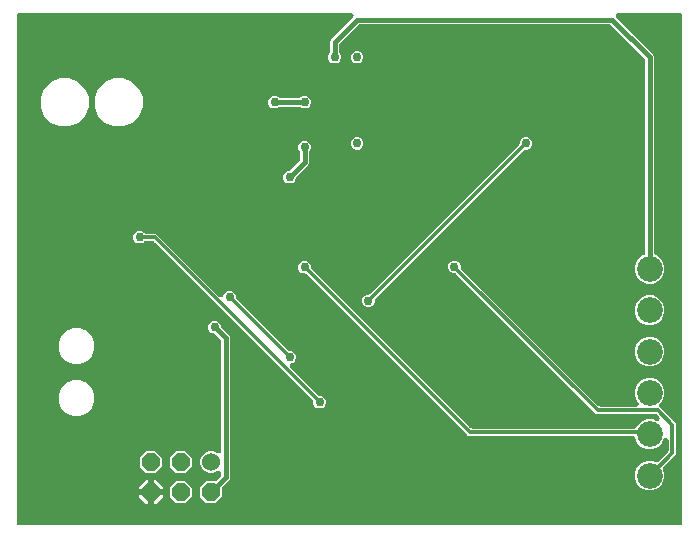
<source format=gbr>
G04 EAGLE Gerber X2 export*
%TF.Part,Single*%
%TF.FileFunction,Copper,L2,Bot,Mixed*%
%TF.FilePolarity,Positive*%
%TF.GenerationSoftware,Autodesk,EAGLE,9.2.2*%
%TF.CreationDate,2018-11-13T01:57:23Z*%
G75*
%MOMM*%
%FSLAX34Y34*%
%LPD*%
%INBottom Copper*%
%AMOC8*
5,1,8,0,0,1.08239X$1,22.5*%
G01*
%ADD10C,2.184400*%
%ADD11C,1.524000*%
%ADD12P,1.649562X8X202.500000*%
%ADD13C,0.756400*%
%ADD14C,0.304800*%
%ADD15C,0.457200*%

G36*
X647883Y111773D02*
X647883Y111773D01*
X648013Y111775D01*
X648096Y111793D01*
X648179Y111801D01*
X648304Y111837D01*
X648431Y111863D01*
X648509Y111896D01*
X648590Y111919D01*
X648706Y111978D01*
X648826Y112028D01*
X648896Y112074D01*
X648971Y112112D01*
X649074Y112191D01*
X649183Y112262D01*
X649243Y112321D01*
X649310Y112372D01*
X649396Y112469D01*
X649489Y112559D01*
X649538Y112628D01*
X649594Y112691D01*
X649661Y112802D01*
X649736Y112908D01*
X649771Y112985D01*
X649814Y113057D01*
X649859Y113178D01*
X649913Y113297D01*
X649933Y113378D01*
X649962Y113457D01*
X649984Y113585D01*
X650015Y113712D01*
X650022Y113813D01*
X650033Y113878D01*
X650032Y113944D01*
X650039Y114046D01*
X650039Y543054D01*
X650027Y543183D01*
X650025Y543313D01*
X650007Y543396D01*
X649999Y543479D01*
X649963Y543604D01*
X649937Y543731D01*
X649904Y543809D01*
X649881Y543890D01*
X649822Y544006D01*
X649772Y544126D01*
X649726Y544196D01*
X649688Y544271D01*
X649609Y544374D01*
X649538Y544483D01*
X649479Y544543D01*
X649428Y544610D01*
X649331Y544696D01*
X649241Y544789D01*
X649172Y544838D01*
X649109Y544894D01*
X648998Y544961D01*
X648892Y545036D01*
X648815Y545071D01*
X648743Y545114D01*
X648622Y545159D01*
X648503Y545213D01*
X648422Y545233D01*
X648343Y545262D01*
X648215Y545284D01*
X648088Y545315D01*
X647987Y545322D01*
X647922Y545333D01*
X647856Y545332D01*
X647754Y545339D01*
X595867Y545339D01*
X595696Y545323D01*
X595524Y545313D01*
X595484Y545303D01*
X595442Y545299D01*
X595277Y545252D01*
X595110Y545210D01*
X595072Y545193D01*
X595031Y545181D01*
X594878Y545104D01*
X594722Y545032D01*
X594688Y545007D01*
X594650Y544988D01*
X594514Y544884D01*
X594374Y544784D01*
X594345Y544754D01*
X594311Y544728D01*
X594197Y544600D01*
X594078Y544476D01*
X594055Y544441D01*
X594027Y544409D01*
X593939Y544262D01*
X593845Y544118D01*
X593829Y544079D01*
X593807Y544043D01*
X593747Y543882D01*
X593682Y543724D01*
X593674Y543682D01*
X593659Y543643D01*
X593630Y543473D01*
X593596Y543305D01*
X593595Y543263D01*
X593588Y543222D01*
X593591Y543050D01*
X593589Y542878D01*
X593596Y542837D01*
X593596Y542795D01*
X593632Y542627D01*
X593661Y542457D01*
X593676Y542418D01*
X593684Y542377D01*
X593750Y542219D01*
X593811Y542057D01*
X593832Y542021D01*
X593849Y541982D01*
X593943Y541839D01*
X594032Y541692D01*
X594064Y541655D01*
X594083Y541626D01*
X594140Y541567D01*
X594251Y541438D01*
X624137Y511552D01*
X625531Y510159D01*
X626111Y508758D01*
X626111Y342221D01*
X626121Y342112D01*
X626121Y342003D01*
X626141Y341900D01*
X626151Y341795D01*
X626181Y341691D01*
X626201Y341584D01*
X626240Y341486D01*
X626269Y341385D01*
X626318Y341288D01*
X626358Y341186D01*
X626414Y341097D01*
X626462Y341004D01*
X626528Y340918D01*
X626586Y340825D01*
X626658Y340748D01*
X626722Y340665D01*
X626803Y340593D01*
X626878Y340513D01*
X626962Y340451D01*
X627041Y340381D01*
X627134Y340325D01*
X627222Y340260D01*
X627341Y340200D01*
X627407Y340161D01*
X627455Y340143D01*
X627521Y340109D01*
X629351Y339352D01*
X632852Y335851D01*
X634747Y331276D01*
X634747Y326324D01*
X632852Y321749D01*
X629351Y318248D01*
X624776Y316353D01*
X619824Y316353D01*
X615249Y318248D01*
X611748Y321749D01*
X609853Y326324D01*
X609853Y331276D01*
X611748Y335851D01*
X615249Y339352D01*
X617079Y340109D01*
X617175Y340160D01*
X617276Y340202D01*
X617363Y340260D01*
X617456Y340309D01*
X617541Y340377D01*
X617633Y340437D01*
X617708Y340510D01*
X617790Y340575D01*
X617861Y340658D01*
X617939Y340734D01*
X618000Y340820D01*
X618068Y340899D01*
X618123Y340994D01*
X618186Y341083D01*
X618229Y341178D01*
X618282Y341269D01*
X618318Y341372D01*
X618363Y341471D01*
X618388Y341573D01*
X618423Y341673D01*
X618439Y341780D01*
X618465Y341886D01*
X618474Y342019D01*
X618486Y342095D01*
X618484Y342147D01*
X618489Y342221D01*
X618489Y505475D01*
X618481Y505563D01*
X618482Y505651D01*
X618461Y505775D01*
X618449Y505900D01*
X618425Y505985D01*
X618410Y506072D01*
X618366Y506190D01*
X618331Y506311D01*
X618291Y506389D01*
X618260Y506472D01*
X618195Y506580D01*
X618138Y506692D01*
X618085Y506762D01*
X618039Y506837D01*
X617928Y506966D01*
X617878Y507030D01*
X617852Y507054D01*
X617820Y507091D01*
X589641Y535270D01*
X589573Y535326D01*
X589512Y535389D01*
X589409Y535462D01*
X589312Y535542D01*
X589235Y535585D01*
X589163Y535636D01*
X589048Y535688D01*
X588938Y535749D01*
X588855Y535776D01*
X588774Y535813D01*
X588652Y535843D01*
X588532Y535882D01*
X588445Y535894D01*
X588359Y535915D01*
X588189Y535927D01*
X588109Y535938D01*
X588073Y535936D01*
X588025Y535939D01*
X377175Y535939D01*
X377087Y535931D01*
X376999Y535932D01*
X376875Y535911D01*
X376750Y535899D01*
X376665Y535875D01*
X376578Y535860D01*
X376460Y535816D01*
X376339Y535781D01*
X376261Y535741D01*
X376178Y535710D01*
X376070Y535645D01*
X375958Y535588D01*
X375888Y535535D01*
X375813Y535489D01*
X375684Y535378D01*
X375620Y535328D01*
X375596Y535302D01*
X375559Y535270D01*
X360080Y519791D01*
X360024Y519723D01*
X359961Y519662D01*
X359888Y519559D01*
X359808Y519462D01*
X359765Y519385D01*
X359714Y519313D01*
X359662Y519198D01*
X359601Y519088D01*
X359574Y519005D01*
X359537Y518924D01*
X359507Y518802D01*
X359468Y518682D01*
X359456Y518595D01*
X359435Y518509D01*
X359423Y518339D01*
X359412Y518259D01*
X359414Y518223D01*
X359411Y518175D01*
X359411Y512641D01*
X359419Y512553D01*
X359418Y512465D01*
X359439Y512341D01*
X359451Y512215D01*
X359475Y512131D01*
X359490Y512044D01*
X359534Y511926D01*
X359569Y511805D01*
X359609Y511727D01*
X359640Y511644D01*
X359705Y511536D01*
X359762Y511424D01*
X359815Y511354D01*
X359861Y511279D01*
X359972Y511150D01*
X360022Y511085D01*
X360048Y511061D01*
X360080Y511025D01*
X360099Y511006D01*
X360907Y509056D01*
X360907Y506944D01*
X360099Y504994D01*
X358606Y503501D01*
X356656Y502693D01*
X354544Y502693D01*
X352594Y503501D01*
X351101Y504994D01*
X350293Y506944D01*
X350293Y509056D01*
X351101Y511006D01*
X351120Y511025D01*
X351176Y511093D01*
X351239Y511154D01*
X351312Y511257D01*
X351392Y511354D01*
X351435Y511431D01*
X351486Y511503D01*
X351538Y511618D01*
X351599Y511728D01*
X351626Y511811D01*
X351663Y511891D01*
X351693Y512014D01*
X351732Y512133D01*
X351744Y512221D01*
X351765Y512306D01*
X351777Y512476D01*
X351788Y512557D01*
X351786Y512592D01*
X351789Y512641D01*
X351789Y521458D01*
X352369Y522859D01*
X353763Y524252D01*
X370949Y541438D01*
X371058Y541570D01*
X371173Y541699D01*
X371195Y541735D01*
X371221Y541767D01*
X371304Y541917D01*
X371393Y542065D01*
X371408Y542104D01*
X371428Y542141D01*
X371481Y542304D01*
X371541Y542465D01*
X371548Y542507D01*
X371561Y542547D01*
X371584Y542717D01*
X371612Y542886D01*
X371611Y542928D01*
X371617Y542970D01*
X371607Y543142D01*
X371604Y543313D01*
X371595Y543355D01*
X371592Y543397D01*
X371551Y543563D01*
X371516Y543731D01*
X371499Y543770D01*
X371489Y543811D01*
X371417Y543967D01*
X371351Y544126D01*
X371328Y544161D01*
X371311Y544199D01*
X371211Y544339D01*
X371117Y544483D01*
X371088Y544513D01*
X371063Y544547D01*
X370939Y544666D01*
X370820Y544789D01*
X370785Y544814D01*
X370755Y544843D01*
X370611Y544937D01*
X370471Y545036D01*
X370433Y545053D01*
X370397Y545076D01*
X370239Y545142D01*
X370082Y545213D01*
X370041Y545223D01*
X370003Y545239D01*
X369835Y545274D01*
X369667Y545315D01*
X369619Y545318D01*
X369584Y545325D01*
X369503Y545327D01*
X369333Y545339D01*
X88646Y545339D01*
X88517Y545327D01*
X88387Y545325D01*
X88304Y545307D01*
X88221Y545299D01*
X88096Y545263D01*
X87969Y545237D01*
X87891Y545204D01*
X87810Y545181D01*
X87694Y545122D01*
X87574Y545072D01*
X87504Y545026D01*
X87429Y544988D01*
X87326Y544909D01*
X87217Y544838D01*
X87157Y544779D01*
X87090Y544728D01*
X87004Y544631D01*
X86911Y544541D01*
X86862Y544472D01*
X86806Y544409D01*
X86739Y544298D01*
X86664Y544192D01*
X86629Y544115D01*
X86586Y544043D01*
X86541Y543922D01*
X86487Y543803D01*
X86467Y543722D01*
X86438Y543643D01*
X86416Y543515D01*
X86385Y543388D01*
X86378Y543287D01*
X86367Y543222D01*
X86368Y543156D01*
X86361Y543054D01*
X86361Y114046D01*
X86373Y113917D01*
X86375Y113787D01*
X86393Y113704D01*
X86401Y113621D01*
X86437Y113496D01*
X86463Y113369D01*
X86496Y113291D01*
X86519Y113210D01*
X86578Y113094D01*
X86628Y112974D01*
X86674Y112904D01*
X86712Y112829D01*
X86791Y112726D01*
X86862Y112617D01*
X86921Y112557D01*
X86972Y112490D01*
X87069Y112404D01*
X87159Y112311D01*
X87228Y112262D01*
X87291Y112206D01*
X87402Y112139D01*
X87508Y112064D01*
X87585Y112029D01*
X87657Y111986D01*
X87778Y111941D01*
X87897Y111887D01*
X87978Y111867D01*
X88057Y111838D01*
X88185Y111816D01*
X88312Y111785D01*
X88413Y111778D01*
X88478Y111767D01*
X88544Y111768D01*
X88646Y111761D01*
X647754Y111761D01*
X647883Y111773D01*
G37*
%LPC*%
G36*
X619824Y141353D02*
X619824Y141353D01*
X615249Y143248D01*
X611748Y146749D01*
X609853Y151324D01*
X609853Y156276D01*
X611748Y160851D01*
X615249Y164352D01*
X619824Y166247D01*
X624776Y166247D01*
X627367Y165173D01*
X627471Y165141D01*
X627572Y165100D01*
X627675Y165079D01*
X627775Y165048D01*
X627883Y165035D01*
X627990Y165013D01*
X628095Y165012D01*
X628199Y165000D01*
X628308Y165008D01*
X628417Y165006D01*
X628521Y165024D01*
X628625Y165032D01*
X628731Y165060D01*
X628838Y165079D01*
X628937Y165116D01*
X629038Y165143D01*
X629136Y165190D01*
X629238Y165228D01*
X629328Y165283D01*
X629422Y165328D01*
X629510Y165393D01*
X629603Y165450D01*
X629704Y165537D01*
X629766Y165582D01*
X629801Y165620D01*
X629857Y165669D01*
X637632Y173444D01*
X637688Y173511D01*
X637751Y173573D01*
X637824Y173676D01*
X637904Y173772D01*
X637947Y173849D01*
X637998Y173922D01*
X638050Y174036D01*
X638111Y174146D01*
X638138Y174230D01*
X638175Y174310D01*
X638205Y174433D01*
X638244Y174552D01*
X638256Y174639D01*
X638277Y174725D01*
X638289Y174895D01*
X638300Y174976D01*
X638298Y175011D01*
X638301Y175059D01*
X638301Y183417D01*
X638283Y183609D01*
X638269Y183801D01*
X638263Y183821D01*
X638261Y183842D01*
X638208Y184028D01*
X638158Y184213D01*
X638149Y184232D01*
X638143Y184253D01*
X638056Y184425D01*
X637972Y184598D01*
X637960Y184615D01*
X637950Y184634D01*
X637833Y184786D01*
X637718Y184941D01*
X637703Y184956D01*
X637690Y184972D01*
X637546Y185101D01*
X637405Y185232D01*
X637387Y185243D01*
X637371Y185257D01*
X637206Y185356D01*
X637043Y185458D01*
X637023Y185466D01*
X637005Y185477D01*
X636824Y185544D01*
X636645Y185614D01*
X636625Y185618D01*
X636605Y185625D01*
X636414Y185657D01*
X636225Y185693D01*
X636204Y185693D01*
X636184Y185696D01*
X635991Y185692D01*
X635798Y185692D01*
X635778Y185688D01*
X635757Y185687D01*
X635568Y185648D01*
X635379Y185612D01*
X635359Y185604D01*
X635339Y185599D01*
X635161Y185526D01*
X634982Y185455D01*
X634964Y185443D01*
X634944Y185435D01*
X634783Y185329D01*
X634621Y185227D01*
X634605Y185212D01*
X634588Y185201D01*
X634448Y185066D01*
X634308Y184935D01*
X634296Y184918D01*
X634281Y184904D01*
X634169Y184746D01*
X634055Y184591D01*
X634045Y184570D01*
X634034Y184555D01*
X634005Y184491D01*
X633905Y184291D01*
X632852Y181749D01*
X629351Y178248D01*
X624776Y176353D01*
X619824Y176353D01*
X615249Y178248D01*
X611748Y181749D01*
X609971Y186041D01*
X609920Y186137D01*
X609878Y186238D01*
X609820Y186325D01*
X609771Y186418D01*
X609703Y186503D01*
X609643Y186595D01*
X609570Y186670D01*
X609505Y186752D01*
X609422Y186823D01*
X609346Y186901D01*
X609261Y186962D01*
X609181Y187030D01*
X609087Y187085D01*
X608997Y187148D01*
X608902Y187191D01*
X608811Y187244D01*
X608708Y187280D01*
X608609Y187325D01*
X608507Y187350D01*
X608408Y187385D01*
X608300Y187401D01*
X608194Y187427D01*
X608061Y187436D01*
X607985Y187448D01*
X607934Y187446D01*
X607859Y187451D01*
X468637Y187451D01*
X331864Y324224D01*
X331797Y324280D01*
X331735Y324343D01*
X331632Y324416D01*
X331536Y324496D01*
X331459Y324539D01*
X331386Y324590D01*
X331272Y324642D01*
X331162Y324703D01*
X331078Y324730D01*
X330998Y324767D01*
X330875Y324797D01*
X330756Y324836D01*
X330669Y324848D01*
X330583Y324869D01*
X330413Y324881D01*
X330332Y324892D01*
X330297Y324890D01*
X330249Y324893D01*
X329144Y324893D01*
X327194Y325701D01*
X325701Y327194D01*
X324893Y329144D01*
X324893Y331256D01*
X325701Y333206D01*
X327194Y334699D01*
X329144Y335507D01*
X331256Y335507D01*
X333206Y334699D01*
X334699Y333206D01*
X335507Y331256D01*
X335507Y330151D01*
X335515Y330064D01*
X335514Y329976D01*
X335535Y329852D01*
X335547Y329726D01*
X335571Y329641D01*
X335586Y329555D01*
X335630Y329437D01*
X335665Y329316D01*
X335705Y329237D01*
X335736Y329155D01*
X335801Y329047D01*
X335858Y328935D01*
X335911Y328865D01*
X335957Y328789D01*
X336068Y328660D01*
X336118Y328596D01*
X336144Y328572D01*
X336176Y328536D01*
X470494Y194218D01*
X470561Y194162D01*
X470623Y194099D01*
X470726Y194026D01*
X470822Y193946D01*
X470899Y193903D01*
X470972Y193852D01*
X471086Y193800D01*
X471196Y193739D01*
X471280Y193712D01*
X471360Y193675D01*
X471483Y193645D01*
X471602Y193606D01*
X471689Y193594D01*
X471775Y193573D01*
X471945Y193561D01*
X472026Y193550D01*
X472061Y193552D01*
X472109Y193549D01*
X609268Y193549D01*
X609376Y193559D01*
X609485Y193559D01*
X609589Y193579D01*
X609693Y193589D01*
X609798Y193619D01*
X609905Y193639D01*
X610002Y193678D01*
X610103Y193707D01*
X610201Y193756D01*
X610302Y193796D01*
X610391Y193852D01*
X610485Y193900D01*
X610571Y193966D01*
X610663Y194024D01*
X610740Y194096D01*
X610823Y194160D01*
X610896Y194241D01*
X610976Y194316D01*
X611038Y194400D01*
X611108Y194479D01*
X611164Y194572D01*
X611228Y194660D01*
X611288Y194779D01*
X611328Y194845D01*
X611346Y194893D01*
X611379Y194959D01*
X611748Y195851D01*
X615249Y199352D01*
X619824Y201247D01*
X624776Y201247D01*
X627590Y200081D01*
X627773Y200025D01*
X627957Y199964D01*
X627978Y199962D01*
X627998Y199955D01*
X628189Y199934D01*
X628380Y199909D01*
X628401Y199910D01*
X628422Y199908D01*
X628615Y199922D01*
X628807Y199933D01*
X628827Y199938D01*
X628848Y199940D01*
X629034Y199990D01*
X629221Y200036D01*
X629240Y200045D01*
X629261Y200051D01*
X629434Y200134D01*
X629609Y200215D01*
X629626Y200227D01*
X629645Y200236D01*
X629800Y200351D01*
X629957Y200462D01*
X629972Y200478D01*
X629989Y200490D01*
X630119Y200631D01*
X630253Y200770D01*
X630265Y200788D01*
X630279Y200804D01*
X630381Y200967D01*
X630486Y201128D01*
X630494Y201148D01*
X630506Y201165D01*
X630576Y201345D01*
X630649Y201523D01*
X630653Y201544D01*
X630661Y201563D01*
X630696Y201752D01*
X630736Y201941D01*
X630736Y201962D01*
X630740Y201983D01*
X630739Y202176D01*
X630743Y202368D01*
X630739Y202389D01*
X630739Y202410D01*
X630703Y202599D01*
X630670Y202789D01*
X630663Y202809D01*
X630659Y202830D01*
X630588Y203009D01*
X630520Y203189D01*
X630510Y203207D01*
X630502Y203227D01*
X630399Y203390D01*
X630299Y203555D01*
X630284Y203573D01*
X630274Y203588D01*
X630226Y203639D01*
X630080Y203808D01*
X628486Y205402D01*
X628419Y205458D01*
X628357Y205521D01*
X628255Y205594D01*
X628158Y205674D01*
X628080Y205717D01*
X628008Y205768D01*
X627894Y205820D01*
X627784Y205881D01*
X627700Y205908D01*
X627620Y205945D01*
X627497Y205975D01*
X627378Y206014D01*
X627291Y206026D01*
X627205Y206047D01*
X627035Y206059D01*
X626954Y206070D01*
X626919Y206068D01*
X626871Y206071D01*
X577017Y206071D01*
X458602Y324486D01*
X458534Y324542D01*
X458473Y324606D01*
X458370Y324679D01*
X458273Y324759D01*
X458196Y324801D01*
X458124Y324852D01*
X458009Y324905D01*
X457899Y324965D01*
X457816Y324993D01*
X457735Y325029D01*
X457613Y325059D01*
X457494Y325099D01*
X457406Y325110D01*
X457321Y325131D01*
X457151Y325144D01*
X457070Y325154D01*
X457034Y325152D01*
X456986Y325156D01*
X455882Y325156D01*
X453932Y325964D01*
X452439Y327456D01*
X451631Y329407D01*
X451631Y331518D01*
X452439Y333468D01*
X453932Y334961D01*
X455882Y335769D01*
X457993Y335769D01*
X459944Y334961D01*
X461436Y333468D01*
X462244Y331518D01*
X462244Y330414D01*
X462253Y330326D01*
X462251Y330238D01*
X462272Y330114D01*
X462284Y329989D01*
X462309Y329904D01*
X462324Y329817D01*
X462368Y329699D01*
X462403Y329578D01*
X462442Y329500D01*
X462473Y329417D01*
X462539Y329309D01*
X462595Y329197D01*
X462649Y329127D01*
X462695Y329052D01*
X462806Y328923D01*
X462855Y328858D01*
X462882Y328835D01*
X462914Y328798D01*
X578874Y212838D01*
X578941Y212782D01*
X579003Y212719D01*
X579106Y212646D01*
X579202Y212566D01*
X579279Y212523D01*
X579352Y212472D01*
X579466Y212420D01*
X579576Y212359D01*
X579660Y212332D01*
X579740Y212295D01*
X579863Y212265D01*
X579982Y212226D01*
X580069Y212214D01*
X580155Y212193D01*
X580325Y212181D01*
X580406Y212170D01*
X580441Y212172D01*
X580489Y212169D01*
X610812Y212169D01*
X610983Y212185D01*
X611154Y212195D01*
X611195Y212205D01*
X611237Y212209D01*
X611402Y212256D01*
X611569Y212298D01*
X611607Y212315D01*
X611647Y212327D01*
X611801Y212405D01*
X611957Y212476D01*
X611991Y212501D01*
X612029Y212520D01*
X612165Y212624D01*
X612305Y212724D01*
X612334Y212754D01*
X612367Y212780D01*
X612482Y212908D01*
X612601Y213032D01*
X612624Y213067D01*
X612652Y213099D01*
X612740Y213246D01*
X612834Y213390D01*
X612850Y213429D01*
X612872Y213465D01*
X612931Y213626D01*
X612997Y213785D01*
X613005Y213826D01*
X613020Y213865D01*
X613049Y214035D01*
X613083Y214203D01*
X613084Y214245D01*
X613091Y214286D01*
X613087Y214458D01*
X613090Y214630D01*
X613083Y214671D01*
X613082Y214713D01*
X613047Y214881D01*
X613018Y215051D01*
X613003Y215090D01*
X612994Y215131D01*
X612929Y215290D01*
X612868Y215451D01*
X612846Y215487D01*
X612830Y215526D01*
X612736Y215669D01*
X612647Y215816D01*
X612615Y215853D01*
X612596Y215882D01*
X612539Y215941D01*
X612428Y216070D01*
X611748Y216749D01*
X609853Y221324D01*
X609853Y226276D01*
X611748Y230851D01*
X615249Y234352D01*
X619824Y236247D01*
X624776Y236247D01*
X629351Y234352D01*
X632852Y230851D01*
X634747Y226276D01*
X634747Y221324D01*
X632852Y216750D01*
X630923Y214821D01*
X630840Y214720D01*
X630750Y214627D01*
X630704Y214556D01*
X630650Y214492D01*
X630588Y214378D01*
X630517Y214269D01*
X630484Y214191D01*
X630444Y214118D01*
X630403Y213994D01*
X630354Y213874D01*
X630337Y213792D01*
X630311Y213712D01*
X630294Y213583D01*
X630267Y213456D01*
X630266Y213372D01*
X630255Y213289D01*
X630262Y213159D01*
X630260Y213029D01*
X630275Y212946D01*
X630279Y212862D01*
X630311Y212736D01*
X630333Y212608D01*
X630362Y212529D01*
X630383Y212448D01*
X630437Y212329D01*
X630482Y212208D01*
X630526Y212136D01*
X630561Y212060D01*
X630636Y211954D01*
X630704Y211843D01*
X630771Y211765D01*
X630809Y211712D01*
X630856Y211666D01*
X630923Y211589D01*
X632798Y209713D01*
X644399Y198113D01*
X644399Y171587D01*
X641944Y169132D01*
X634169Y161357D01*
X634099Y161273D01*
X634022Y161196D01*
X633984Y161139D01*
X633954Y161106D01*
X633937Y161078D01*
X633896Y161028D01*
X633844Y160933D01*
X633782Y160843D01*
X633747Y160762D01*
X633734Y160740D01*
X633729Y160725D01*
X633690Y160655D01*
X633656Y160551D01*
X633612Y160451D01*
X633589Y160348D01*
X633588Y160345D01*
X633586Y160340D01*
X633586Y160339D01*
X633557Y160249D01*
X633542Y160141D01*
X633518Y160034D01*
X633515Y159929D01*
X633501Y159825D01*
X633507Y159716D01*
X633503Y159607D01*
X633519Y159504D01*
X633525Y159399D01*
X633552Y159293D01*
X633568Y159185D01*
X633610Y159059D01*
X633629Y158984D01*
X633650Y158937D01*
X633673Y158867D01*
X634747Y156276D01*
X634747Y151324D01*
X632852Y146749D01*
X629351Y143248D01*
X624776Y141353D01*
X619824Y141353D01*
G37*
%LPD*%
%LPC*%
G36*
X341844Y210593D02*
X341844Y210593D01*
X339894Y211401D01*
X338401Y212894D01*
X337593Y214844D01*
X337593Y215949D01*
X337585Y216036D01*
X337586Y216124D01*
X337565Y216248D01*
X337553Y216374D01*
X337529Y216459D01*
X337514Y216545D01*
X337470Y216663D01*
X337435Y216784D01*
X337395Y216863D01*
X337364Y216945D01*
X337299Y217053D01*
X337242Y217165D01*
X337189Y217235D01*
X337143Y217311D01*
X337032Y217440D01*
X336982Y217504D01*
X336956Y217528D01*
X336924Y217564D01*
X202606Y351882D01*
X202539Y351938D01*
X202477Y352001D01*
X202374Y352074D01*
X202278Y352154D01*
X202201Y352197D01*
X202128Y352248D01*
X202014Y352300D01*
X201904Y352361D01*
X201820Y352388D01*
X201740Y352425D01*
X201617Y352455D01*
X201498Y352494D01*
X201411Y352506D01*
X201325Y352527D01*
X201155Y352539D01*
X201074Y352550D01*
X201039Y352548D01*
X200991Y352551D01*
X195903Y352551D01*
X195815Y352543D01*
X195727Y352544D01*
X195603Y352523D01*
X195477Y352511D01*
X195393Y352487D01*
X195306Y352472D01*
X195188Y352428D01*
X195067Y352393D01*
X194989Y352353D01*
X194906Y352322D01*
X194798Y352257D01*
X194686Y352200D01*
X194616Y352147D01*
X194541Y352101D01*
X194412Y351990D01*
X194347Y351940D01*
X194323Y351914D01*
X194287Y351882D01*
X193506Y351101D01*
X191556Y350293D01*
X189444Y350293D01*
X187494Y351101D01*
X186001Y352594D01*
X185193Y354544D01*
X185193Y356656D01*
X186001Y358606D01*
X187494Y360099D01*
X189444Y360907D01*
X191556Y360907D01*
X193506Y360099D01*
X194287Y359318D01*
X194355Y359262D01*
X194416Y359199D01*
X194519Y359126D01*
X194616Y359046D01*
X194693Y359003D01*
X194765Y358952D01*
X194880Y358900D01*
X194990Y358839D01*
X195073Y358812D01*
X195153Y358775D01*
X195276Y358745D01*
X195395Y358706D01*
X195483Y358694D01*
X195568Y358673D01*
X195738Y358661D01*
X195819Y358650D01*
X195854Y358652D01*
X195903Y358649D01*
X204463Y358649D01*
X257763Y305348D01*
X257879Y305252D01*
X257990Y305150D01*
X258044Y305116D01*
X258092Y305076D01*
X258224Y305003D01*
X258352Y304923D01*
X258411Y304900D01*
X258466Y304869D01*
X258609Y304822D01*
X258750Y304767D01*
X258812Y304756D01*
X258872Y304736D01*
X259021Y304717D01*
X259170Y304689D01*
X259233Y304689D01*
X259295Y304681D01*
X259446Y304689D01*
X259597Y304689D01*
X259659Y304701D01*
X259722Y304705D01*
X259868Y304741D01*
X260016Y304770D01*
X260075Y304793D01*
X260136Y304808D01*
X260273Y304871D01*
X260413Y304927D01*
X260467Y304960D01*
X260524Y304987D01*
X260647Y305074D01*
X260775Y305155D01*
X260821Y305198D01*
X260872Y305234D01*
X260977Y305343D01*
X261087Y305446D01*
X261124Y305497D01*
X261168Y305542D01*
X261250Y305669D01*
X261340Y305790D01*
X261373Y305857D01*
X261401Y305900D01*
X261431Y305971D01*
X261490Y306090D01*
X262201Y307806D01*
X263694Y309299D01*
X265644Y310107D01*
X267756Y310107D01*
X269706Y309299D01*
X271199Y307806D01*
X272007Y305856D01*
X272007Y304751D01*
X272015Y304664D01*
X272014Y304576D01*
X272035Y304452D01*
X272047Y304326D01*
X272071Y304241D01*
X272086Y304155D01*
X272130Y304037D01*
X272165Y303916D01*
X272205Y303837D01*
X272236Y303755D01*
X272301Y303647D01*
X272358Y303535D01*
X272411Y303465D01*
X272457Y303389D01*
X272568Y303260D01*
X272618Y303196D01*
X272644Y303172D01*
X272676Y303136D01*
X315836Y259976D01*
X315903Y259920D01*
X315965Y259857D01*
X316068Y259784D01*
X316164Y259704D01*
X316241Y259661D01*
X316314Y259610D01*
X316428Y259558D01*
X316538Y259497D01*
X316622Y259470D01*
X316702Y259433D01*
X316825Y259403D01*
X316944Y259364D01*
X317031Y259352D01*
X317117Y259331D01*
X317287Y259319D01*
X317368Y259308D01*
X317403Y259310D01*
X317451Y259307D01*
X318556Y259307D01*
X320506Y258499D01*
X321999Y257006D01*
X322807Y255056D01*
X322807Y252944D01*
X321999Y250994D01*
X320506Y249501D01*
X318790Y248790D01*
X318656Y248720D01*
X318519Y248657D01*
X318468Y248620D01*
X318412Y248591D01*
X318294Y248497D01*
X318171Y248409D01*
X318128Y248364D01*
X318078Y248324D01*
X317980Y248210D01*
X317875Y248101D01*
X317841Y248048D01*
X317800Y248000D01*
X317725Y247870D01*
X317642Y247743D01*
X317618Y247685D01*
X317587Y247630D01*
X317537Y247488D01*
X317479Y247349D01*
X317467Y247287D01*
X317446Y247227D01*
X317423Y247078D01*
X317393Y246930D01*
X317392Y246867D01*
X317383Y246805D01*
X317388Y246654D01*
X317386Y246503D01*
X317397Y246441D01*
X317399Y246378D01*
X317433Y246231D01*
X317458Y246082D01*
X317480Y246023D01*
X317495Y245962D01*
X317555Y245824D01*
X317608Y245682D01*
X317641Y245628D01*
X317666Y245571D01*
X317751Y245446D01*
X317829Y245317D01*
X317878Y245261D01*
X317907Y245218D01*
X317962Y245164D01*
X318048Y245063D01*
X341236Y221876D01*
X341303Y221820D01*
X341365Y221757D01*
X341468Y221684D01*
X341564Y221604D01*
X341641Y221561D01*
X341714Y221510D01*
X341828Y221458D01*
X341938Y221397D01*
X342022Y221370D01*
X342102Y221333D01*
X342225Y221303D01*
X342344Y221264D01*
X342431Y221252D01*
X342517Y221231D01*
X342687Y221219D01*
X342768Y221208D01*
X342803Y221210D01*
X342851Y221207D01*
X343956Y221207D01*
X345906Y220399D01*
X347399Y218906D01*
X348207Y216956D01*
X348207Y214844D01*
X347399Y212894D01*
X345906Y211401D01*
X343956Y210593D01*
X341844Y210593D01*
G37*
%LPD*%
%LPC*%
G36*
X247037Y130555D02*
X247037Y130555D01*
X241680Y135912D01*
X241680Y143488D01*
X247037Y148845D01*
X253634Y148845D01*
X253722Y148853D01*
X253810Y148852D01*
X253934Y148873D01*
X254059Y148885D01*
X254144Y148909D01*
X254231Y148924D01*
X254349Y148968D01*
X254470Y149003D01*
X254548Y149043D01*
X254631Y149074D01*
X254739Y149139D01*
X254851Y149196D01*
X254921Y149249D01*
X254996Y149295D01*
X255125Y149406D01*
X255189Y149456D01*
X255213Y149482D01*
X255250Y149514D01*
X259045Y153309D01*
X259101Y153377D01*
X259164Y153438D01*
X259237Y153541D01*
X259317Y153638D01*
X259360Y153715D01*
X259411Y153787D01*
X259463Y153902D01*
X259524Y154012D01*
X259551Y154095D01*
X259588Y154176D01*
X259618Y154298D01*
X259657Y154418D01*
X259669Y154505D01*
X259690Y154591D01*
X259702Y154761D01*
X259713Y154841D01*
X259711Y154877D01*
X259714Y154925D01*
X259714Y155540D01*
X259698Y155711D01*
X259688Y155882D01*
X259678Y155923D01*
X259674Y155965D01*
X259627Y156130D01*
X259585Y156297D01*
X259568Y156335D01*
X259556Y156375D01*
X259479Y156528D01*
X259407Y156685D01*
X259382Y156719D01*
X259363Y156756D01*
X259259Y156893D01*
X259159Y157033D01*
X259129Y157062D01*
X259103Y157095D01*
X258975Y157210D01*
X258851Y157329D01*
X258816Y157351D01*
X258784Y157379D01*
X258637Y157468D01*
X258493Y157562D01*
X258454Y157578D01*
X258418Y157600D01*
X258257Y157659D01*
X258098Y157725D01*
X258057Y157733D01*
X258018Y157748D01*
X257848Y157776D01*
X257680Y157811D01*
X257638Y157812D01*
X257597Y157819D01*
X257425Y157815D01*
X257253Y157818D01*
X257212Y157811D01*
X257170Y157810D01*
X257002Y157775D01*
X256832Y157745D01*
X256793Y157731D01*
X256752Y157722D01*
X256593Y157656D01*
X256432Y157596D01*
X256396Y157574D01*
X256357Y157558D01*
X256214Y157464D01*
X256067Y157374D01*
X256064Y157372D01*
X252644Y155955D01*
X249006Y155955D01*
X245645Y157347D01*
X243072Y159920D01*
X241680Y163281D01*
X241680Y166919D01*
X243072Y170280D01*
X245645Y172853D01*
X249006Y174245D01*
X252644Y174245D01*
X256066Y172827D01*
X256074Y172821D01*
X256110Y172799D01*
X256142Y172772D01*
X256292Y172689D01*
X256440Y172600D01*
X256479Y172586D01*
X256516Y172566D01*
X256679Y172512D01*
X256840Y172452D01*
X256882Y172445D01*
X256921Y172432D01*
X257092Y172410D01*
X257261Y172381D01*
X257303Y172382D01*
X257345Y172377D01*
X257516Y172386D01*
X257688Y172390D01*
X257730Y172399D01*
X257771Y172401D01*
X257938Y172442D01*
X258106Y172478D01*
X258145Y172494D01*
X258186Y172504D01*
X258342Y172576D01*
X258501Y172642D01*
X258536Y172665D01*
X258574Y172683D01*
X258714Y172782D01*
X258858Y172877D01*
X258888Y172906D01*
X258922Y172930D01*
X259041Y173054D01*
X259164Y173174D01*
X259189Y173208D01*
X259218Y173238D01*
X259312Y173382D01*
X259411Y173523D01*
X259428Y173561D01*
X259451Y173596D01*
X259517Y173755D01*
X259588Y173911D01*
X259598Y173952D01*
X259614Y173991D01*
X259649Y174159D01*
X259690Y174326D01*
X259693Y174374D01*
X259700Y174409D01*
X259702Y174490D01*
X259714Y174660D01*
X259714Y267350D01*
X259706Y267438D01*
X259707Y267526D01*
X259686Y267650D01*
X259674Y267775D01*
X259650Y267860D01*
X259635Y267947D01*
X259591Y268065D01*
X259556Y268186D01*
X259516Y268264D01*
X259485Y268347D01*
X259420Y268455D01*
X259363Y268567D01*
X259310Y268637D01*
X259264Y268712D01*
X259153Y268841D01*
X259103Y268905D01*
X259077Y268929D01*
X259045Y268966D01*
X254587Y273424D01*
X254519Y273480D01*
X254458Y273543D01*
X254355Y273616D01*
X254258Y273696D01*
X254181Y273739D01*
X254109Y273790D01*
X253994Y273842D01*
X253884Y273903D01*
X253801Y273930D01*
X253720Y273967D01*
X253598Y273997D01*
X253478Y274036D01*
X253391Y274048D01*
X253305Y274069D01*
X253135Y274081D01*
X253055Y274092D01*
X253019Y274090D01*
X252971Y274093D01*
X252944Y274093D01*
X250994Y274901D01*
X249501Y276394D01*
X248693Y278344D01*
X248693Y280456D01*
X249501Y282406D01*
X250994Y283899D01*
X252944Y284707D01*
X255056Y284707D01*
X257006Y283899D01*
X258499Y282406D01*
X259307Y280456D01*
X259307Y280429D01*
X259315Y280341D01*
X259314Y280253D01*
X259335Y280129D01*
X259347Y280004D01*
X259371Y279919D01*
X259386Y279832D01*
X259430Y279714D01*
X259465Y279593D01*
X259505Y279515D01*
X259536Y279432D01*
X259601Y279324D01*
X259658Y279212D01*
X259711Y279142D01*
X259757Y279067D01*
X259868Y278938D01*
X259918Y278874D01*
X259944Y278850D01*
X259976Y278813D01*
X266756Y272034D01*
X267336Y270633D01*
X267336Y151642D01*
X266756Y150241D01*
X260639Y144125D01*
X260583Y144057D01*
X260520Y143996D01*
X260447Y143893D01*
X260367Y143796D01*
X260324Y143719D01*
X260273Y143647D01*
X260221Y143532D01*
X260160Y143422D01*
X260133Y143339D01*
X260096Y143258D01*
X260066Y143136D01*
X260027Y143016D01*
X260015Y142929D01*
X259994Y142843D01*
X259982Y142673D01*
X259971Y142593D01*
X259973Y142557D01*
X259970Y142509D01*
X259970Y135912D01*
X254613Y130555D01*
X247037Y130555D01*
G37*
%LPD*%
%LPC*%
G36*
X168678Y449579D02*
X168678Y449579D01*
X161209Y452673D01*
X155493Y458389D01*
X152399Y465858D01*
X152399Y473942D01*
X155493Y481411D01*
X161209Y487127D01*
X168678Y490221D01*
X176762Y490221D01*
X184231Y487127D01*
X189947Y481411D01*
X193041Y473942D01*
X193041Y465858D01*
X189947Y458389D01*
X184231Y452673D01*
X176762Y449579D01*
X168678Y449579D01*
G37*
%LPD*%
%LPC*%
G36*
X122958Y449579D02*
X122958Y449579D01*
X115489Y452673D01*
X109773Y458389D01*
X106679Y465858D01*
X106679Y473942D01*
X109773Y481411D01*
X115489Y487127D01*
X122958Y490221D01*
X131042Y490221D01*
X138511Y487127D01*
X144227Y481411D01*
X147321Y473942D01*
X147321Y465858D01*
X144227Y458389D01*
X138511Y452673D01*
X131042Y449579D01*
X122958Y449579D01*
G37*
%LPD*%
%LPC*%
G36*
X383119Y296318D02*
X383119Y296318D01*
X381169Y297126D01*
X379676Y298619D01*
X378868Y300569D01*
X378868Y302681D01*
X379676Y304631D01*
X381169Y306124D01*
X383119Y306932D01*
X384224Y306932D01*
X384311Y306940D01*
X384399Y306939D01*
X384523Y306960D01*
X384649Y306972D01*
X384734Y306996D01*
X384820Y307011D01*
X384938Y307055D01*
X385059Y307090D01*
X385138Y307130D01*
X385220Y307161D01*
X385328Y307226D01*
X385440Y307283D01*
X385510Y307336D01*
X385586Y307382D01*
X385715Y307493D01*
X385779Y307543D01*
X385803Y307569D01*
X385840Y307601D01*
X511549Y433310D01*
X511605Y433378D01*
X511668Y433440D01*
X511741Y433543D01*
X511821Y433639D01*
X511864Y433716D01*
X511915Y433788D01*
X511967Y433903D01*
X512028Y434013D01*
X512055Y434097D01*
X512092Y434177D01*
X512122Y434300D01*
X512161Y434419D01*
X512173Y434506D01*
X512194Y434592D01*
X512206Y434762D01*
X512217Y434843D01*
X512215Y434878D01*
X512218Y434926D01*
X512218Y436031D01*
X513026Y437981D01*
X514519Y439474D01*
X516469Y440282D01*
X518581Y440282D01*
X520531Y439474D01*
X522024Y437981D01*
X522832Y436031D01*
X522832Y433919D01*
X522024Y431969D01*
X520531Y430476D01*
X518581Y429668D01*
X517476Y429668D01*
X517389Y429660D01*
X517301Y429661D01*
X517177Y429640D01*
X517051Y429628D01*
X516966Y429604D01*
X516880Y429589D01*
X516762Y429545D01*
X516641Y429510D01*
X516562Y429470D01*
X516480Y429439D01*
X516372Y429374D01*
X516260Y429317D01*
X516190Y429264D01*
X516114Y429218D01*
X515985Y429107D01*
X515921Y429057D01*
X515897Y429031D01*
X515860Y428999D01*
X390151Y303290D01*
X390095Y303222D01*
X390032Y303160D01*
X389959Y303057D01*
X389879Y302961D01*
X389836Y302884D01*
X389785Y302812D01*
X389733Y302697D01*
X389672Y302587D01*
X389645Y302503D01*
X389608Y302423D01*
X389578Y302300D01*
X389539Y302181D01*
X389527Y302094D01*
X389506Y302008D01*
X389494Y301838D01*
X389483Y301757D01*
X389485Y301722D01*
X389482Y301674D01*
X389482Y300569D01*
X388674Y298619D01*
X387181Y297126D01*
X385231Y296318D01*
X383119Y296318D01*
G37*
%LPD*%
%LPC*%
G36*
X133984Y248139D02*
X133984Y248139D01*
X128412Y250447D01*
X124147Y254712D01*
X121839Y260284D01*
X121839Y266316D01*
X124147Y271888D01*
X128412Y276153D01*
X133984Y278461D01*
X140016Y278461D01*
X145588Y276153D01*
X149853Y271888D01*
X152161Y266316D01*
X152161Y260284D01*
X149853Y254712D01*
X145588Y250447D01*
X140016Y248139D01*
X133984Y248139D01*
G37*
%LPD*%
%LPC*%
G36*
X133984Y204139D02*
X133984Y204139D01*
X128412Y206447D01*
X124147Y210712D01*
X121839Y216284D01*
X121839Y222316D01*
X124147Y227888D01*
X128412Y232153D01*
X133984Y234461D01*
X140016Y234461D01*
X145588Y232153D01*
X149853Y227888D01*
X152161Y222316D01*
X152161Y216284D01*
X149853Y210712D01*
X145588Y206447D01*
X140016Y204139D01*
X133984Y204139D01*
G37*
%LPD*%
%LPC*%
G36*
X619824Y281353D02*
X619824Y281353D01*
X615249Y283248D01*
X611748Y286749D01*
X609853Y291324D01*
X609853Y296276D01*
X611748Y300851D01*
X615249Y304352D01*
X619824Y306247D01*
X624776Y306247D01*
X629351Y304352D01*
X632852Y300851D01*
X634747Y296276D01*
X634747Y291324D01*
X632852Y286749D01*
X629351Y283248D01*
X624776Y281353D01*
X619824Y281353D01*
G37*
%LPD*%
%LPC*%
G36*
X619824Y246353D02*
X619824Y246353D01*
X615249Y248248D01*
X611748Y251749D01*
X609853Y256324D01*
X609853Y261276D01*
X611748Y265851D01*
X615249Y269352D01*
X619824Y271247D01*
X624776Y271247D01*
X629351Y269352D01*
X632852Y265851D01*
X634747Y261276D01*
X634747Y256324D01*
X632852Y251749D01*
X629351Y248248D01*
X624776Y246353D01*
X619824Y246353D01*
G37*
%LPD*%
%LPC*%
G36*
X316444Y401093D02*
X316444Y401093D01*
X314494Y401901D01*
X313001Y403394D01*
X312193Y405344D01*
X312193Y407456D01*
X313001Y409406D01*
X314494Y410899D01*
X316444Y411707D01*
X316471Y411707D01*
X316559Y411715D01*
X316647Y411714D01*
X316771Y411735D01*
X316896Y411747D01*
X316981Y411771D01*
X317068Y411786D01*
X317186Y411830D01*
X317307Y411865D01*
X317385Y411905D01*
X317468Y411936D01*
X317576Y412001D01*
X317688Y412058D01*
X317758Y412111D01*
X317833Y412157D01*
X317962Y412268D01*
X318026Y412318D01*
X318050Y412344D01*
X318087Y412376D01*
X325720Y420009D01*
X325776Y420077D01*
X325839Y420138D01*
X325912Y420241D01*
X325992Y420338D01*
X326035Y420415D01*
X326086Y420487D01*
X326138Y420602D01*
X326199Y420712D01*
X326226Y420795D01*
X326263Y420876D01*
X326293Y420998D01*
X326332Y421118D01*
X326344Y421205D01*
X326365Y421291D01*
X326377Y421461D01*
X326388Y421541D01*
X326386Y421577D01*
X326389Y421625D01*
X326389Y427159D01*
X326381Y427247D01*
X326382Y427335D01*
X326375Y427381D01*
X326375Y427385D01*
X326372Y427399D01*
X326361Y427459D01*
X326349Y427585D01*
X326325Y427669D01*
X326310Y427756D01*
X326266Y427874D01*
X326231Y427995D01*
X326191Y428073D01*
X326160Y428156D01*
X326095Y428264D01*
X326038Y428376D01*
X325985Y428446D01*
X325939Y428521D01*
X325828Y428650D01*
X325778Y428715D01*
X325752Y428739D01*
X325720Y428775D01*
X325701Y428794D01*
X324893Y430744D01*
X324893Y432856D01*
X325701Y434806D01*
X327194Y436299D01*
X329144Y437107D01*
X331256Y437107D01*
X333206Y436299D01*
X334699Y434806D01*
X335507Y432856D01*
X335507Y430744D01*
X334699Y428794D01*
X334680Y428775D01*
X334624Y428707D01*
X334561Y428646D01*
X334488Y428543D01*
X334408Y428446D01*
X334365Y428369D01*
X334314Y428297D01*
X334262Y428182D01*
X334201Y428072D01*
X334174Y427989D01*
X334137Y427909D01*
X334107Y427786D01*
X334068Y427667D01*
X334056Y427579D01*
X334035Y427494D01*
X334023Y427331D01*
X334017Y427293D01*
X334017Y427280D01*
X334012Y427243D01*
X334014Y427208D01*
X334011Y427159D01*
X334011Y418342D01*
X333431Y416941D01*
X323476Y406987D01*
X323420Y406919D01*
X323357Y406858D01*
X323284Y406755D01*
X323204Y406658D01*
X323161Y406581D01*
X323110Y406509D01*
X323058Y406394D01*
X322997Y406284D01*
X322970Y406201D01*
X322933Y406120D01*
X322903Y405998D01*
X322864Y405878D01*
X322852Y405791D01*
X322831Y405705D01*
X322819Y405535D01*
X322808Y405455D01*
X322810Y405419D01*
X322807Y405371D01*
X322807Y405344D01*
X321999Y403394D01*
X320506Y401901D01*
X318556Y401093D01*
X316444Y401093D01*
G37*
%LPD*%
%LPC*%
G36*
X303744Y464593D02*
X303744Y464593D01*
X301794Y465401D01*
X300301Y466894D01*
X299493Y468844D01*
X299493Y470956D01*
X300301Y472906D01*
X301794Y474399D01*
X303744Y475207D01*
X305856Y475207D01*
X307806Y474399D01*
X307825Y474380D01*
X307893Y474324D01*
X307954Y474261D01*
X308057Y474188D01*
X308154Y474108D01*
X308231Y474065D01*
X308303Y474014D01*
X308418Y473962D01*
X308528Y473901D01*
X308611Y473874D01*
X308691Y473837D01*
X308814Y473807D01*
X308933Y473768D01*
X309021Y473756D01*
X309106Y473735D01*
X309276Y473723D01*
X309357Y473712D01*
X309392Y473714D01*
X309441Y473711D01*
X325559Y473711D01*
X325647Y473719D01*
X325735Y473718D01*
X325859Y473739D01*
X325985Y473751D01*
X326069Y473775D01*
X326156Y473790D01*
X326274Y473834D01*
X326395Y473869D01*
X326473Y473909D01*
X326556Y473940D01*
X326664Y474005D01*
X326776Y474062D01*
X326846Y474115D01*
X326921Y474161D01*
X327050Y474272D01*
X327115Y474322D01*
X327139Y474348D01*
X327175Y474380D01*
X327194Y474399D01*
X329144Y475207D01*
X331256Y475207D01*
X333206Y474399D01*
X334699Y472906D01*
X335507Y470956D01*
X335507Y468844D01*
X334699Y466894D01*
X333206Y465401D01*
X331256Y464593D01*
X329144Y464593D01*
X327194Y465401D01*
X327175Y465420D01*
X327107Y465476D01*
X327046Y465539D01*
X326943Y465612D01*
X326846Y465692D01*
X326769Y465735D01*
X326697Y465786D01*
X326582Y465838D01*
X326472Y465899D01*
X326389Y465926D01*
X326309Y465963D01*
X326186Y465993D01*
X326067Y466032D01*
X325979Y466044D01*
X325894Y466065D01*
X325724Y466077D01*
X325643Y466088D01*
X325608Y466086D01*
X325559Y466089D01*
X309441Y466089D01*
X309353Y466081D01*
X309265Y466082D01*
X309141Y466061D01*
X309015Y466049D01*
X308931Y466025D01*
X308844Y466010D01*
X308726Y465966D01*
X308605Y465931D01*
X308527Y465891D01*
X308444Y465860D01*
X308336Y465795D01*
X308224Y465738D01*
X308154Y465685D01*
X308079Y465639D01*
X307950Y465528D01*
X307885Y465478D01*
X307861Y465452D01*
X307825Y465420D01*
X307806Y465401D01*
X305856Y464593D01*
X303744Y464593D01*
G37*
%LPD*%
%LPC*%
G36*
X221637Y155955D02*
X221637Y155955D01*
X216280Y161312D01*
X216280Y168888D01*
X221637Y174245D01*
X229213Y174245D01*
X234570Y168888D01*
X234570Y161312D01*
X229213Y155955D01*
X221637Y155955D01*
G37*
%LPD*%
%LPC*%
G36*
X196237Y155955D02*
X196237Y155955D01*
X190880Y161312D01*
X190880Y168888D01*
X196237Y174245D01*
X203813Y174245D01*
X209170Y168888D01*
X209170Y161312D01*
X203813Y155955D01*
X196237Y155955D01*
G37*
%LPD*%
%LPC*%
G36*
X221637Y130555D02*
X221637Y130555D01*
X216280Y135912D01*
X216280Y143488D01*
X221637Y148845D01*
X229213Y148845D01*
X234570Y143488D01*
X234570Y135912D01*
X229213Y130555D01*
X221637Y130555D01*
G37*
%LPD*%
%LPC*%
G36*
X373594Y502693D02*
X373594Y502693D01*
X371644Y503501D01*
X370151Y504994D01*
X369343Y506944D01*
X369343Y509056D01*
X370151Y511006D01*
X371644Y512499D01*
X373594Y513307D01*
X375706Y513307D01*
X377656Y512499D01*
X379149Y511006D01*
X379957Y509056D01*
X379957Y506944D01*
X379149Y504994D01*
X377656Y503501D01*
X375706Y502693D01*
X373594Y502693D01*
G37*
%LPD*%
%LPC*%
G36*
X373594Y429668D02*
X373594Y429668D01*
X371644Y430476D01*
X370151Y431969D01*
X369343Y433919D01*
X369343Y436031D01*
X370151Y437981D01*
X371644Y439474D01*
X373594Y440282D01*
X375706Y440282D01*
X377656Y439474D01*
X379149Y437981D01*
X379957Y436031D01*
X379957Y433919D01*
X379149Y431969D01*
X377656Y430476D01*
X375706Y429668D01*
X373594Y429668D01*
G37*
%LPD*%
%LPC*%
G36*
X202564Y142239D02*
X202564Y142239D01*
X202564Y149861D01*
X204234Y149861D01*
X210186Y143909D01*
X210186Y142239D01*
X202564Y142239D01*
G37*
%LPD*%
%LPC*%
G36*
X189864Y142239D02*
X189864Y142239D01*
X189864Y143909D01*
X195816Y149861D01*
X197486Y149861D01*
X197486Y142239D01*
X189864Y142239D01*
G37*
%LPD*%
%LPC*%
G36*
X202564Y129539D02*
X202564Y129539D01*
X202564Y137161D01*
X210186Y137161D01*
X210186Y135491D01*
X204234Y129539D01*
X202564Y129539D01*
G37*
%LPD*%
%LPC*%
G36*
X195816Y129539D02*
X195816Y129539D01*
X189864Y135491D01*
X189864Y137161D01*
X197486Y137161D01*
X197486Y129539D01*
X195816Y129539D01*
G37*
%LPD*%
D10*
X622300Y188800D03*
X622300Y223800D03*
X622300Y258800D03*
X622300Y293800D03*
X622300Y328800D03*
X622300Y153800D03*
D11*
X250825Y165100D03*
D12*
X225425Y165100D03*
X200025Y165100D03*
X250825Y139700D03*
X225425Y139700D03*
X200025Y139700D03*
D13*
X361950Y273050D03*
X304800Y285750D03*
X266700Y330200D03*
X234950Y279400D03*
X241300Y241300D03*
X279400Y241300D03*
X285750Y215900D03*
X444500Y171450D03*
X495300Y171450D03*
X546100Y171450D03*
X393700Y196850D03*
X361950Y355600D03*
X514350Y336550D03*
X336550Y381000D03*
X508000Y381000D03*
X441325Y431800D03*
X444500Y511175D03*
X409575Y469900D03*
D14*
X266700Y304800D02*
X317500Y254000D01*
D13*
X266700Y304800D03*
X317500Y254000D03*
X330200Y431800D03*
D15*
X330200Y419100D01*
X317500Y406400D01*
D13*
X317500Y406400D03*
D15*
X263525Y152400D02*
X250825Y139700D01*
X263525Y269875D02*
X254000Y279400D01*
X263525Y269875D02*
X263525Y152400D01*
D13*
X254000Y279400D03*
X190500Y355600D03*
D14*
X203200Y355600D02*
X342900Y215900D01*
X203200Y355600D02*
X190500Y355600D01*
D13*
X342900Y215900D03*
D14*
X384175Y301625D02*
X517525Y434975D01*
D13*
X384175Y301625D03*
X517525Y434975D03*
X330200Y469900D03*
D15*
X304800Y469900D01*
D13*
X304800Y469900D03*
X355600Y508000D03*
D15*
X355600Y520700D02*
X374650Y539750D01*
X355600Y520700D02*
X355600Y508000D01*
X590550Y539750D02*
X622300Y508000D01*
X622300Y328800D01*
X590550Y539750D02*
X374650Y539750D01*
D14*
X620600Y190500D02*
X622300Y188800D01*
X469900Y190500D02*
X330200Y330200D01*
D13*
X330200Y330200D03*
D14*
X469900Y190500D02*
X620600Y190500D01*
X641350Y172850D02*
X622300Y153800D01*
X641350Y172850D02*
X641350Y196850D01*
D13*
X456938Y330462D03*
D14*
X629080Y209120D02*
X641350Y196850D01*
X578280Y209120D02*
X456938Y330462D01*
X578280Y209120D02*
X629080Y209120D01*
D13*
X374650Y508000D03*
X374650Y434975D03*
M02*

</source>
